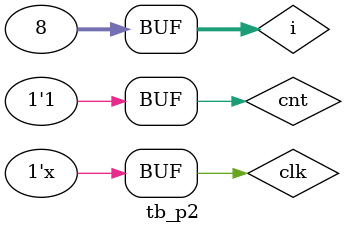
<source format=v>
module tb_p2();
  reg clk=0,cnt;
  wire [3:0] out;
  wire tc,upper;
  
  integer i;
  
  p2 UUT (clk,cnt,out,tc,upper);
  
  always begin
    #20;
    clk = ~clk;
  end
  
  initial begin
    #20;
    for(i=0; i<8; i=i+1) begin
      cnt = 1;
      #40;
    end
    
    for(i=0; i<4; i=i+1) begin
      cnt = 0;
      #40;
    end
    
    for(i=0; i<8; i=i+1) begin
      cnt = 1;
      #40;
    end
  end
  
  initial begin
    $monitor("clk=%b cnt=%b out=%b tc=%b upper=%b",clk,cnt,out,tc,upper);
  end
endmodule
</source>
